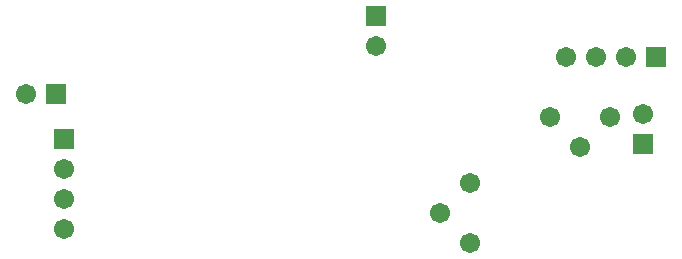
<source format=gbs>
G04 Layer_Color=16711935*
%FSLAX25Y25*%
%MOIN*%
G70*
G01*
G75*
%ADD29C,0.06706*%
%ADD30R,0.06706X0.06706*%
%ADD31R,0.06706X0.06706*%
D29*
X457500Y162000D02*
D03*
X470000Y117000D02*
D03*
Y127000D02*
D03*
Y137000D02*
D03*
X637500Y174500D02*
D03*
X647500D02*
D03*
X657500D02*
D03*
X574000Y178000D02*
D03*
X663000Y155500D02*
D03*
X652000Y154500D02*
D03*
X642000Y144500D02*
D03*
X632000Y154500D02*
D03*
X605500Y112500D02*
D03*
X595500Y122500D02*
D03*
X605500Y132500D02*
D03*
D30*
X467500Y162000D02*
D03*
X667500Y174500D02*
D03*
D31*
X470000Y147000D02*
D03*
X574000Y188000D02*
D03*
X663000Y145500D02*
D03*
M02*

</source>
